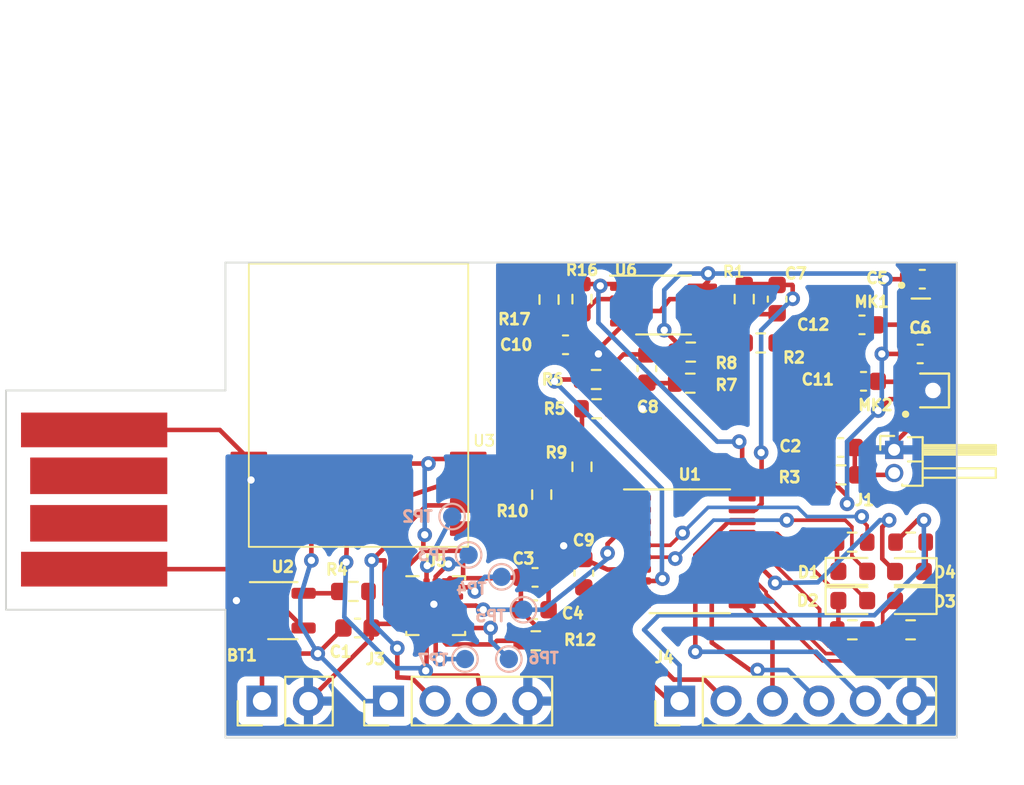
<source format=kicad_pcb>
(kicad_pcb (version 20221018) (generator pcbnew)
  (layers (0 "F.Cu" signal) (31 "B.Cu" signal) (34 "B.Paste" user) (35 "F.Paste" user) (36 "B.SilkS" user "B.Silkscreen") (37 "F.SilkS" user "F.Silkscreen") (38 "B.Mask" user) (39 "F.Mask" user) (44 "Edge.Cuts" user))
  (net 0 "")
  (net 1 "VDD")
  (net 2 "GND")
  (net 3 "/MIC_INPUT")
  (net 4 "Net-(D1-K)")
  (net 5 "/LED_RED_N")
  (net 6 "Net-(D2-K)")
  (net 7 "/LED_GREEN_N")
  (net 8 "Net-(D3-K)")
  (net 9 "/LED_BLUE_N")
  (net 10 "Net-(D4-K)")
  (net 11 "/LED_WHITE_N")
  (net 12 "VBUS")
  (net 15 "/SDA")
  (net 16 "/SCL")
  (net 17 "/SWDIO")
  (net 18 "/SWCLK")
  (net 19 "/BOOT0")
  (net 20 "/RESET")
  (net 21 "/MIC_POWER")
  (net 22 "Net-(U2-PROG)")
  (net 23 "/MIC_POWER_CTRL")
  (net 24 "/MIC_VREF")
  (net 25 "/LED_RED_P")
  (net 26 "/ACC_CS")
  (net 27 "/LED_GREEN_P")
  (net 28 "/LED_BLUE_P")
  (net 29 "/CHRG")
  (net 30 "/ACC_ADC1")
  (net 31 "/ACC_ADC2")
  (net 32 "/ACC_ADC3")
  (net 33 "/ACC_INT1")
  (net 34 "/ACC_INT2")
  (net 35 "/ACC_ADDR")
  (net 36 "unconnected-(U5-NC-Pad2)")
  (net 37 "unconnected-(U5-NC-Pad3)")
  (net 38 "/BLE_INT")
  (net 39 "Net-(U6A--)")
  (net 40 "/AUDIO_LOW")
  (net 41 "Net-(C10-Pad1)")
  (net 42 "/AUDIO_HIGH")
  (net 43 "Net-(U6B--)")
  (net 44 "Net-(J1-Pin_2)")
  (net 45 "Net-(MK2-OUT)")
  (net 46 "Net-(MK1-OUT)")
  (footprint "Connector_PinHeader_2.54mm:PinHeader_1x02_P2.54mm_Vertical" (layer "F.Cu") (at 42 58.5 90)
    (fp_text reference "BT1")
    (fp_text value "Battery_Cell")
  )
  (footprint "Resistor_SMD:R_0603_1608Metric" (layer "F.Cu") (at 59.5 45.675 -90)
    (fp_text reference "R9")
    (fp_text value "3.3k")
  )
  (footprint "Connector_PinHeader_2.54mm:PinHeader_1x04_P2.54mm_Vertical" (layer "F.Cu") (at 48.92 58.5 90)
    (fp_text reference "J3")
    (fp_text value "Header 2.54mm" hide)
  )
  (footprint "Capacitor_SMD:C_0603_1608Metric" (layer "F.Cu") (at 78.115 35.41)
    (fp_text reference "C5")
    (fp_text value "10uF")
  )
  (footprint "dml10:XDCR_CMM-2718AB-383161-TR" (layer "F.Cu") (at 78.2 41.5 90)
    (fp_text reference "MK2")
    (fp_text value "IM73A135V01")
  )
  (footprint "Resistor_SMD:R_0603_1608Metric" (layer "F.Cu") (at 74.275 49.8 180)
    (fp_text reference "R11" hide)
    (fp_text value "R")
  )
  (footprint "Resistor_SMD:R_0603_1608Metric" (layer "F.Cu") (at 56.975 55.2)
    (fp_text reference "R12")
    (fp_text value "10k")
  )
  (footprint "Capacitor_SMD:C_0603_1608Metric" (layer "F.Cu") (at 56.9 53.5)
    (fp_text reference "C4")
    (fp_text value "10uF")
  )
  (footprint "Package_SO:MSOP-8_3x3mm_P0.65mm" (layer "F.Cu") (at 63.9625 36.825)
    (fp_text reference "U6")
    (fp_text value "LMV358")
  )
  (footprint "LED_SMD:LED_0603_1608Metric" (layer "F.Cu") (at 74.3125 53)
    (fp_text reference "D2")
    (fp_text value "GREEN")
  )
  (footprint "Package_SO:TSSOP-20_4.4x6.5mm_P0.65mm" (layer "F.Cu") (at 65.4 50.3)
    (fp_text reference "U1")
    (fp_text value "CH32V003F4P6")
  )
  (footprint "Resistor_SMD:R_0603_1608Metric" (layer "F.Cu") (at 69.275 38.9 180)
    (fp_text reference "R2")
    (fp_text value "3.3k")
  )
  (footprint "Resistor_SMD:R_0603_1608Metric" (layer "F.Cu") (at 74.2875 54.6 180)
    (fp_text reference "R13" hide)
    (fp_text value "R")
  )
  (footprint "Capacitor_SMD:C_0603_1608Metric" (layer "F.Cu") (at 73.65 44.62)
    (fp_text reference "C2")
    (fp_text value "10uF")
  )
  (footprint "Resistor_SMD:R_0603_1608Metric" (layer "F.Cu") (at 68.375 36.5 90)
    (fp_text reference "R1")
    (fp_text value "68k")
  )
  (footprint "Capacitor_SMD:C_0603_1608Metric" (layer "F.Cu") (at 59.6 51.5 -90)
    (fp_text reference "C9")
    (fp_text value "10uF")
  )
  (footprint "Resistor_SMD:R_0603_1608Metric" (layer "F.Cu") (at 57.3 47.2 -90)
    (fp_text reference "R10")
    (fp_text value "3.3k")
  )
  (footprint "Resistor_SMD:R_0603_1608Metric" (layer "F.Cu") (at 65.425 41.1)
    (fp_text reference "R7")
    (fp_text value "10k")
  )
  (footprint "Capacitor_SMD:C_0603_1608Metric" (layer "F.Cu") (at 56.935 51.73)
    (fp_text reference "C3")
    (fp_text value "100nF")
  )
  (footprint "Capacitor_SMD:C_0603_1608Metric" (layer "F.Cu") (at 47.225 54.5)
    (fp_text reference "C1")
    (fp_text value "C")
  )
  (footprint "LED_SMD:LED_0603_1608Metric" (layer "F.Cu") (at 74.3125 51.4)
    (fp_text reference "D1")
    (fp_text value "RED")
  )
  (footprint "Connector_PinHeader_2.54mm:PinHeader_1x06_P2.54mm_Vertical" (layer "F.Cu") (at 64.84 58.5 90)
    (fp_text reference "J4")
    (fp_text value "Header 2.54mm" hide)
  )
  (footprint "Capacitor_SMD:C_0603_1608Metric" (layer "F.Cu") (at 70.175 36.5 90)
    (fp_text reference "C7")
    (fp_text value "100pF")
  )
  (footprint "Capacitor_SMD:C_0603_1608Metric" (layer "F.Cu") (at 58.6 39)
    (fp_text reference "C10")
    (fp_text value "10uF")
  )
  (footprint "Capacitor_SMD:C_0603_1608Metric" (layer "F.Cu") (at 63.05 40.3 90)
    (fp_text reference "C8")
    (fp_text value "10uF")
  )
  (footprint "Package_LGA:LGA-16_3x3mm_P0.5mm_LayoutBorder3x5y" (layer "F.Cu") (at 51.5 53.275)
    (fp_text reference "U5")
    (fp_text value "LIS3DH")
  )
  (footprint "Resistor_SMD:R_0603_1608Metric" (layer "F.Cu") (at 73.675 46.12)
    (fp_text reference "R3")
    (fp_text value "R")
  )
  (footprint "Package_TO_SOT_SMD:TSOT-23-5" (layer "F.Cu") (at 43.1375 53.55)
    (fp_text reference "U2")
    (fp_text value "LTC4054ES5-4.2")
  )
  (footprint "Resistor_SMD:R_0603_1608Metric" (layer "F.Cu") (at 47 52.5)
    (fp_text reference "R4")
    (fp_text value "R")
  )
  (footprint "Resistor_SMD:R_0603_1608Metric" (layer "F.Cu") (at 57.7 36.525 -90)
    (fp_text reference "R17")
    (fp_text value "3.3k")
  )
  (footprint "LED_SMD:LED_0603_1608Metric" (layer "F.Cu") (at 77.4125 53 180)
    (fp_text reference "D3")
    (fp_text value "BLUE")
  )
  (footprint "Capacitor_SMD:C_0603_1608Metric" (layer "F.Cu") (at 74.815 37.91)
    (fp_text reference "C12")
    (fp_text value "10uF")
  )
  (footprint "Resistor_SMD:R_0603_1608Metric" (layer "F.Cu") (at 77.475 54.6)
    (fp_text reference "R14" hide)
    (fp_text value "R")
  )
  (footprint "Resistor_SMD:R_0603_1608Metric" (layer "F.Cu") (at 65.45 39.4 180)
    (fp_text reference "R8")
    (fp_text value "10k")
  )
  (footprint "Resistor_SMD:R_0603_1608Metric" (layer "F.Cu") (at 60.275 40.9)
    (fp_text reference "R6")
    (fp_text value "0ohm")
  )
  (footprint "Capacitor_SMD:C_0603_1608Metric" (layer "F.Cu") (at 78 39.5)
    (fp_text reference "C6")
    (fp_text value "10uF")
  )
  (footprint "Connector_PinHeader_1.27mm:PinHeader_1x02_P1.27mm_Horizontal" (layer "F.Cu") (at 76.575 44.75)
    (fp_text reference "J1")
    (fp_text value "Conn_01x03")
  )
  (footprint "Resistor_SMD:R_0603_1608Metric" (layer "F.Cu") (at 60.3 42.5)
    (fp_text reference "R5")
    (fp_text value "R")
  )
  (footprint "dml10:XDCR_CMM-2718AT-42308-TR" (layer "F.Cu") (at 78.035 37.395 90)
    (fp_text reference "MK1")
    (fp_text value "IM73A135V01")
  )
  (footprint "LED_SMD:LED_0603_1608Metric" (layer "F.Cu") (at 77.4125 51.41 180)
    (fp_text reference "D4")
    (fp_text value "WHITE")
  )
  (footprint "Resistor_SMD:R_0603_1608Metric" (layer "F.Cu") (at 59.5 36.5 -90)
    (fp_text reference "R16")
    (fp_text value "68k")
  )
  (footprint "Resistor_SMD:R_0603_1608Metric" (layer "F.Cu") (at 77.475 49.8)
    (fp_text reference "R15" hide)
    (fp_text value "R")
  )
  (footprint "dml10:EdgeUSBTypeA" (layer "F.Cu") (at 27.92 47.47 -90)
    (fp_text reference "J2" hide)
    (fp_text value "USB_A" hide)
  )
  (footprint "Capacitor_SMD:C_0603_1608Metric" (layer "F.Cu") (at 74.9 41)
    (fp_text reference "C11")
    (fp_text value "10uF")
  )
  (footprint "dml10:BM7161" (layer "F.Cu") (at 47.28 50.06)
    (fp_text reference "U3")
    (fp_text value "BM7161")
  )
  (footprint "TestPoint:TestPoint_Pad_D1.0mm" (layer "B.Cu") (at 53.1 56.2 180)
    (fp_text reference "TP7")
    (fp_text value "TP_PCB")
  )
  (footprint "TestPoint:TestPoint_Pad_D1.0mm" (layer "B.Cu") (at 55.1 51.7 180)
    (fp_text reference "TP4")
    (fp_text value "TP_PCB")
  )
  (footprint "TestPoint:TestPoint_Pad_D1.0mm" (layer "B.Cu") (at 52.4 48.4 180)
    (fp_text reference "TP2")
    (fp_text value "TP_PCB")
  )
  (footprint "TestPoint:TestPoint_Pad_D1.0mm" (layer "B.Cu") (at 53.3 50.5 180)
    (fp_text reference "TP3")
    (fp_text value "TP_PCB")
  )
  (footprint "TestPoint:TestPoint_Pad_D1.0mm" (layer "B.Cu") (at 56.3 53.5 180)
    (fp_text reference "TP5")
    (fp_text value "TP_PCB")
  )
  (footprint "TestPoint:TestPoint_Pad_D1.0mm" (layer "B.Cu") (at 55.5 56.2 180)
    (fp_text reference "TP6")
    (fp_text value "TP_PCB")
  )
  (gr_line (start 80 60.5) (end 80 34.5) (stroke (width 0.1)) (layer "Edge.Cuts"))
  (gr_line (start 28 41.5) (end 28 53.5) (stroke (width 0.1)) (layer "Edge.Cuts"))
  (gr_line (start 28 53.5) (end 40 53.5) (stroke (width 0.1)) (layer "Edge.Cuts"))
  (gr_line (start 40 53.5) (end 40 60.5) (stroke (width 0.1)) (layer "Edge.Cuts"))
  (gr_line (start 40 41.5) (end 28 41.5) (stroke (width 0.1)) (layer "Edge.Cuts"))
  (gr_line (start 40 34.5) (end 40 41.5) (stroke (width 0.1)) (layer "Edge.Cuts"))
  (gr_line (start 80 34.5) (end 40 34.5) (stroke (width 0.1)) (layer "Edge.Cuts"))
  (gr_line (start 40 60.5) (end 80 60.5) (stroke (width 0.1)) (layer "Edge.Cuts"))
  (segment (start 64.84 58.5) (end 64.3 58.5) (width 0.25) (layer "F.Cu") (net 1))
  (segment (start 56.125 53.525) (end 57.8 55.2) (width 0.25) (layer "F.Cu") (net 1))
  (segment (start 57.3 46.375) (end 57.975 46.375) (width 0.25) (layer "F.Cu") (net 1))
  (segment (start 42.299999 54.799999) (end 42 54.5) (width 0.25) (layer "F.Cu") (net 1))
  (segment (start 60.9 55.4) (end 60.3 55.4) (width 0.25) (layer "F.Cu") (net 1))
  (segment (start 61 52.575) (end 62.5375 52.575) (width 0.25) (layer "F.Cu") (net 1))
  (segment (start 78.2 48.6) (end 77.85 48.6) (width 0.25) (layer "F.Cu") (net 1))
  (segment (start 52.275 51.775) (end 53 51.775) (width 0.25) (layer "F.Cu") (net 1))
  (segment (start 46.45 54.5) (end 45.05 55.9) (width 0.25) (layer "F.Cu") (net 1))
  (segment (start 53 50.3) (end 52.975 50.275) (width 0.25) (layer "F.Cu") (net 1))
  (segment (start 42.3 55.9) (end 42.299999 54.799999) (width 0.25) (layer "F.Cu") (net 1))
  (segment (start 51.35 45.25) (end 51.1 45.5) (width 0.25) (layer "F.Cu") (net 1))
  (segment (start 50.824248 50.275) (end 50.824248 49.475752) (width 0.25) (layer "F.Cu") (net 1))
  (segment (start 47.5 45.5) (end 44.7 48.3) (width 0.25) (layer "F.Cu") (net 1))
  (segment (start 45.05 55.9) (end 42.3 55.9) (width 0.25) (layer "F.Cu") (net 1))
  (segment (start 42.3 55.9) (end 42 56.2) (width 0.25) (layer "F.Cu") (net 1))
  (segment (start 50.824248 50.275) (end 49.9 51.199248) (width 0.25) (layer "F.Cu") (net 1))
  (segment (start 60.3 55.4) (end 60.1 55.2) (width 0.25) (layer "F.Cu") (net 1))
  (segment (start 60.3 53.2) (end 61 52.575) (width 0.25) (layer "F.Cu") (net 1))
  (segment (start 53.28 45.25) (end 51.35 45.25) (width 0.25) (layer "F.Cu") (net 1))
  (segment (start 60.7 52.275) (end 61 52.575) (width 0.25) (layer "F.Cu") (net 1))
  (segment (start 46.183301 54.5) (end 46.45 54.5) (width 0.25) (layer "F.Cu") (net 1))
  (segment (start 59.6 52.275) (end 60.7 52.275) (width 0.25) (layer "F.Cu") (net 1))
  (segment (start 53.28 45.25) (end 56.175 45.25) (width 0.25) (layer "F.Cu") (net 1))
  (segment (start 50.824248 49.475752) (end 50.9 49.4) (width 0.25) (layer "F.Cu") (net 1))
  (segment (start 59.5 42.525) (end 59.475 42.5) (width 0.25) (layer "F.Cu") (net 1))
  (segment (start 57.975 46.375) (end 59.5 44.85) (width 0.25) (layer "F.Cu") (net 1))
  (segment (start 53 50.3) (end 53 51.775) (width 0.25) (layer "F.Cu") (net 1))
  (segment (start 52.975 50.275) (end 50.824248 50.275) (width 0.25) (layer "F.Cu") (net 1))
  (segment (start 59.5 44.85) (end 59.5 42.525) (width 0.25) (layer "F.Cu") (net 1))
  (segment (start 54.505 51.775) (end 56.16 51.73) (width 0.25) (layer "F.Cu") (net 1))
  (segment (start 53 51.775) (end 54.505 51.775) (width 0.25) (layer "F.Cu") (net 1))
  (segment (start 53.03 50.3) (end 53 50.3) (width 0.25) (layer "F.Cu") (net 1))
  (segment (start 60.1 55.2) (end 57.8 55.2) (width 0.25) (layer "F.Cu") (net 1))
  (segment (start 60.3 55.4) (end 60.3 53.2) (width 0.25) (layer "F.Cu") (net 1))
  (segment (start 56.16 51.73) (end 56.16 53.465) (width 0.25) (layer "F.Cu") (net 1))
  (segment (start 42 56.2) (end 42 58.5) (width 0.25) (layer "F.Cu") (net 1))
  (segment (start 56.175 45.25) (end 57.3 46.375) (width 0.25) (layer "F.Cu") (net 1))
  (segment (start 64.3 58.5) (end 60.9 55.4) (width 0.25) (layer "F.Cu") (net 1))
  (segment (start 52 52.05) (end 52.275 51.775) (width 0.25) (layer "F.Cu") (net 1))
  (segment (start 49.9 51.9) (end 50.275 52.275) (width 0.25) (layer "F.Cu") (net 1))
  (segment (start 51.1 45.5) (end 47.5 45.5) (width 0.25) (layer "F.Cu") (net 1))
  (segment (start 44.7 48.3) (end 44.7 50.8) (width 0.25) (layer "F.Cu") (net 1))
  (segment (start 77.85 48.6) (end 76.65 49.8) (width 0.25) (layer "F.Cu") (net 1))
  (segment (start 49.9 51.199248) (end 49.9 51.9) (width 0.25) (layer "F.Cu") (net 1))
  (via (at 45.05 55.9) (size 0.8) (drill 0.4) (layers "F.Cu" "B.Cu") (net 1))
  (via (at 51.1 45.5) (size 0.8) (drill 0.4) (layers "F.Cu" "B.Cu") (net 1))
  (via (at 44.7 50.8) (size 0.8) (drill 0.4) (layers "F.Cu" "B.Cu") (net 1))
  (via (at 78.2 48.6) (size 0.8) (drill 0.4) (layers "F.Cu" "B.Cu") (net 1))
  (via (at 50.9 49.4) (size 0.8) (drill 0.4) (layers "F.Cu" "B.Cu") (net 1))
  (segment (start 64.84 56.54) (end 62.9 54.6) (width 0.25) (layer "B.Cu") (net 1))
  (segment (start 78.2 51.1) (end 78.2 48.6) (width 0.25) (layer "B.Cu") (net 1))
  (segment (start 50.9 45.7) (end 51.1 45.5) (width 0.25) (layer "B.Cu") (net 1))
  (segment (start 48.92 58.5) (end 47.65 58.5) (width 0.25) (layer "B.Cu") (net 1))
  (segment (start 62.9 54.6) (end 63.7 53.8) (width 0.25) (layer "B.Cu") (net 1))
  (segment (start 44.1 54.3) (end 44.1 52.8) (width 0.25) (layer "B.Cu") (net 1))
  (segment (start 63.7 53.8) (end 75.5 53.8) (width 0.25) (layer "B.Cu") (net 1))
  (segment (start 45.05 55.9) (end 44.1 54.3) (width 0.25) (layer "B.Cu") (net 1))
  (segment (start 64.84 58.5) (end 64.84 56.54) (width 0.25) (layer "B.Cu") (net 1))
  (segment (start 50.9 49.4) (end 50.9 45.7) (width 0.25) (layer "B.Cu") (net 1))
  (segment (start 75.5 53.8) (end 78.2 51.1) (width 0.25) (layer "B.Cu") (net 1))
  (segment (start 47.65 58.5) (end 45.05 55.9) (width 0.25) (layer "B.Cu") (net 1))
  (segment (start 44.1 52.8) (end 44.7 50.8) (width 0.25) (layer "B.Cu") (net 1))
  (segment (start 78.775 38.125) (end 79 37.9) (width 0.25) (layer "F.Cu") (net 2))
  (segment (start 41.4 45.37) (end 41.28 45.25) (width 0.25) (layer "F.Cu") (net 2))
  (segment (start 79.25 41.727817) (end 79.25 41.272183) (width 0.25) (layer "F.Cu") (net 2))
  (segment (start 79 35.52) (end 78.89 35.41) (width 0.25) (layer "F.Cu") (net 2))
  (segment (start 64.6 41.1) (end 63.075 41.1) (width 0.25) (layer "F.Cu") (net 2))
  (segment (start 39.69 43.66) (end 32.82 43.66) (width 0.25) (layer "F.Cu") (net 2))
  (segment (start 41.15 53.55) (end 42 53.55) (width 0.25) (layer "F.Cu") (net 2))
  (segment (start 63.05 42.25) (end 62.8 42.5) (width 0.25) (layer "F.Cu") (net 2))
  (segment (start 59.6 50.725) (end 58.715 50.725) (width 0.25) (layer "F.Cu") (net 2))
  (segment (start 79 37.9) (end 79 36.89) (width 0.25) (layer "F.Cu") (net 2))
  (segment (start 59.375 39) (end 60.4 39) (width 0.25) (layer "F.Cu") (net 2))
  (segment (start 57.675 53.5) (end 57.675 51.765) (width 0.25) (layer "F.Cu") (net 2))
  (segment (start 58.715 50.725) (end 57.71 51.73) (width 0.25) (layer "F.Cu") (net 2))
  (segment (start 47.825 54.325) (end 48 54.5) (width 0.25) (layer "F.Cu") (net 2))
  (segment (start 63.05 41.075) (end 63.05 42.25) (width 0.25) (layer "F.Cu") (net 2))
  (segment (start 60.4 39) (end 60.65 39) (width 0.25) (layer "F.Cu") (net 2))
  (segment (start 51.975 53.775) (end 52.725 53.775) (width 0.25) (layer "F.Cu") (net 2))
  (segment (start 52.725 52.775) (end 51.825 52.775) (width 0.25) (layer "F.Cu") (net 2))
  (segment (start 63.075 41.1) (end 63.05 41.075) (width 0.25) (layer "F.Cu") (net 2))
  (segment (start 50.275 54.275) (end 48.225 54.275) (width 0.25) (layer "F.Cu") (net 2))
  (segment (start 41.28 45.25) (end 39.69 43.66) (width 0.25) (layer "F.Cu") (net 2))
  (segment (start 78.775 39.5) (end 78.775 38.125) (width 0.25) (layer "F.Cu") (net 2))
  (segment (start 60.4 39) (end 60.4 39.5) (width 0.25) (layer "F.Cu") (net 2))
  (segment (start 48 54.5) (end 48 55.04) (width 0.25) (layer "F.Cu") (net 2))
  (segment (start 59.6 50.725) (end 59.225 50.725) (width 0.25) (layer "F.Cu") (net 2))
  (segment (start 59.225 50.725) (end 58.5 50) (width 0.25) (layer "F.Cu") (net 2))
  (segment (start 48.225 54.275) (end 48 54.5) (width 0.25) (layer "F.Cu") (net 2))
  (segment (start 78.775 39.5) (end 78.775 40.825) (width 0.25) (layer "F.Cu") (net 2))
  (segment (start 59.6 50.725) (end 60.9 51.3) (width 0.25) (layer "F.Cu") (net 2))
  (segment (start 76.575 44.402817) (end 79.25 41.727817) (width 0.25) (layer "F.Cu") (net 2))
  (segment (start 78.877817 40.9) (end 78.7 40.9) (width 0.25) (layer "F.Cu") (net 2))
  (segment (start 60.9 51.3) (end 62.5375 51.275) (width 0.25) (layer "F.Cu") (net 2))
  (segment (start 48 55.04) (end 44.54 58.5) (width 0.25) (layer "F.Cu") (net 2))
  (segment (start 60.65 39) (end 61.85 37.8) (width 0.25) (layer "F.Cu") (net 2))
  (segment (start 41.4 46.4) (end 41.4 45.37) (width 0.25) (layer "F.Cu") (net 2))
  (segment (start 51.825 52.775) (end 51.4 53.2) (width 0.25) (layer "F.Cu") (net 2))
  (segment (start 51.4 53.2) (end 51.975 53.775) (width 0.25) (layer "F.Cu") (net 2))
  (segment (start 78.775 40.825) (end 78.7 40.9) (width 0.25) (layer "F.Cu") (net 2))
  (segment (start 47.809052 52.5) (end 47.825 52.5) (width 0.25) (layer "F.Cu") (net 2))
  (segment (start 79.25 41.272183) (end 78.877817 40.9) (width 0.25) (layer "F.Cu") (net 2))
  (segment (start 79 36.89) (end 79 35.52) (width 0.25) (layer "F.Cu") (net 2))
  (segment (start 76.575 44.75) (end 76.575 44.402817) (width 0.25) (layer "F.Cu") (net 2))
  (segment (start 40.6 53) (end 41.15 53.55) (width 0.25) (layer "F.Cu") (net 2))
  (segment (start 47.825 52.5) (end 47.825 54.325) (width 0.25) (layer "F.Cu") (net 2))
  (via (at 58.5 50) (size 0.8) (drill 0.4) (layers "F.Cu" "B.Cu") (net 2))
  (via (at 62.8 42.5) (size 0.8) (drill 0.4) (layers "F.Cu" "B.Cu") (net 2))
  (via (at 51.4 53.2) (size 0.8) (drill 0.4) (layers "F.Cu" "B.Cu") (net 2))
  (via (at 40.6 53) (size 0.8) (drill 0.4) (layers "F.Cu" "B.Cu") (net 2))
  (via (at 60.4 39.5) (size 0.8) (drill 0.4) (layers "F.Cu" "B.Cu") (net 2))
  (via (at 41.4 46.4) (size 0.8) (drill 0.4) (layers "F.Cu" "B.Cu") (net 2))
  (segment (start 40.6 53) (end 41.4 52.1) (width 0.25) (layer "B.Cu") (net 2))
  (segment (start 41.4 52.1) (end 41.4 46.4) (width 0.25) (layer "B.Cu") (net 2))
  (segment (start 72 39) (end 71.9 38.9) (width 0.25) (layer "F.Cu") (net 3))
  (segment (start 74.125 41) (end 74 41) (width 0.25) (layer "F.Cu") (net 3))
  (segment (start 74.04 37.91) (end 73.09 37.91) (width 0.25) (layer "F.Cu") (net 3))
  (segment (start 73.09 37.91) (end 72 39) (width 0.25) (layer "F.Cu") (net 3))
  (segment (start 72.875 42.25) (end 74.125 41) (width 0.25) (layer "F.Cu") (net 3))
  (segment (start 71.9 38.9) (end 70.1 38.9) (width 0.25) (layer "F.Cu") (net 3))
  (segment (start 72.875 44.62) (end 72.875 42.25) (width 0.25) (layer "F.Cu") (net 3))
  (segment (start 74 41) (end 72 39) (width 0.25) (layer "F.Cu") (net 3))
  (segment (start 73.45 49.8) (end 73.45 51.325) (width 0.25) (layer "F.Cu") (net 4))
  (segment (start 73.45 51.325) (end 73.525 51.4) (width 0.25) (layer "F.Cu") (net 4))
  (segment (start 74.2625 50.5625) (end 74.2625 48.9625) (width 0.2) (layer "F.Cu") (net 5))
  (segment (start 73.9 48.6) (end 70.7 48.6) (width 0.2) (layer "F.Cu") (net 5))
  (segment (start 64.6 50.7) (end 64.525 50.625) (width 0.2) (layer "F.Cu") (net 5))
  (segment (start 64.525 50.625) (end 62.5375 50.625) (width 0.2) (layer "F.Cu") (net 5))
  (segment (start 74.2625 48.9625) (end 73.9 48.6) (width 0.2) (layer "F.Cu") (net 5))
  (segment (start 75.1 51.4) (end 74.2625 50.5625) (width 0.2) (layer "F.Cu") (net 5))
  (via (at 64.6 50.7) (size 0.8) (drill 0.4) (layers "F.Cu" "B.Cu") (net 5))
  (via (at 70.7 48.6) (size 0.8) (drill 0.4) (layers "F.Cu" "B.Cu") (net 5))
  (segment (start 70.7 48.6) (end 66.7 48.6) (width 0.2) (layer "B.Cu") (net 5))
  (segment (start 66.7 48.6) (end 64.6 50.7) (width 0.2) (layer "B.Cu") (net 5))
  (segment (start 73.525 53) (end 73.525 54.5375) (width 0.25) (layer "F.Cu") (net 6))
  (segment (start 73.525 54.5375) (end 73.4625 54.6) (width 0.25) (layer "F.Cu") (net 6))
  (segment (start 70.185314 49.325) (end 73.085314 52.225) (width 0.2) (layer "F.Cu") (net 7))
  (segment (start 74.325 52.225) (end 75.1 53) (width 0.2) (layer "F.Cu") (net 7))
  (segment (start 73.085314 52.225) (end 74.325 52.225) (width 0.2) (layer "F.Cu") (net 7))
  (segment (start 68.2625 49.325) (end 70.185314 49.325) (width 0.2) (layer "F.Cu") (net 7))
  (segment (start 78.2 54.5) (end 78.3 54.6) (width 0.25) (layer "F.Cu") (net 8))
  (segment (start 78.2 53) (end 78.2 54.5) (width 0.25) (layer "F.Cu") (net 8))
  (segment (start 72.834314 55.9) (end 69.572903 52.638589) (width 0.2) (layer "F.Cu") (net 9))
  (segment (start 75.95 55.75) (end 75.8 55.9) (width 0.2) (layer "F.Cu") (net 9))
  (segment (start 69.572903 52.638589) (end 69.572903 52.527097) (width 0.2) (layer "F.Cu") (net 9))
  (segment (start 75.8 55.9) (end 72.834314 55.9) (width 0.2) (layer "F.Cu") (net 9))
  (segment (start 76.625 53) (end 75.95 53.675) (width 0.2) (layer "F.Cu") (net 9))
  (segment (start 75.95 53.675) (end 75.95 55.75) (width 0.2) (layer "F.Cu") (net 9))
  (segment (start 69.572903 52.527097) (end 68.970806 51.925) (width 0.2) (layer "F.Cu") (net 9))
  (segment (start 68.970806 51.925) (end 68.2625 51.925) (width 0.2) (layer "F.Cu") (net 9))
  (segment (start 78.3 51.31) (end 78.2 51.41) (width 0.25) (layer "F.Cu") (net 10))
  (segment (start 78.3 49.8) (end 78.3 51.31) (width 0.25) (layer "F.Cu") (net 10))
  (segment (start 70.1 52) (end 70.067878 52.032122) (width 0.25) (layer "F.Cu") (net 11))
  (segment (start 68.2625 51.275) (end 69.375 51.275) (width 0.25) (layer "F.Cu") (net 11))
  (segment (start 75.925 48.975) (end 75.925 50.71) (width 0.25) (layer "F.Cu") (net 11))
  (segment (start 69.375 51.275) (end 70.1 52) (width 0.25) (layer "F.Cu") (net 11))
  (segment (start 75.925 50.71) (end 76.625 51.41) (width 0.25) (layer "F.Cu") (net 11))
  (segment (start 76.3 48.6) (end 75.925 48.975) (width 0.25) (layer "F.Cu") (net 11))
  (via (at 70.067878 52.032122) (size 0.8) (drill 0.4) (layers "F.Cu" "B.Cu") (net 11))
  (via (at 76.3 48.6) (size 0.8) (drill 0.4) (layers "F.Cu" "B.Cu") (net 11))
  (segment (start 72.4 52) (end 75.8 48.6) (width 0.25) (layer "B.Cu") (net 11))
  (segment (start 75.8 48.6) (end 76.3 48.6) (width 0.25) (layer "B.Cu") (net 11))
  (segment (start 70.067878 52.032122) (end 72.4 52) (width 0.25) (layer "B.Cu") (net 11))
  (segment (start 43.2875 52.3875) (end 42.18 51.28) (width 0.25) (layer "F.Cu") (net 12))
  (segment (start 44.275 54.5) (end 43.2875 53.5125) (width 0.25) (layer "F.Cu") (net 12))
  (segment (start 43.2875 53.5125) (end 43.2875 52.3875) (width 0.25) (layer "F.Cu") (net 12))
  (segment (start 42.18 51.28) (end 32.82 51.28) (width 0.25) (layer "F.Cu") (net 12))
  (segment (start 54.22 46.52) (end 53.28 46.52) (width 0.25) (layer "F.Cu") (net 15))
  (segment (start 46.6 50.9) (end 46.7 48.4) (width 0.25) (layer "F.Cu") (net 15))
  (segment (start 52.28 46.52) (end 53.28 46.52) (width 0.25) (layer "F.Cu") (net 15))
  (segment (start 59.5 46.5) (end 61.6625 46.5) (width 0.25) (layer "F.Cu") (net 15))
  (segment (start 51 57.1) (end 51 54.5) (width 0.25) (layer "F.Cu") (net 15))
  (segment (start 58.9 47.1) (end 54.8 47.1) (width 0.25) (layer "F.Cu") (net 15))
  (segment (start 53.8 57.1) (end 51 57.1) (width 0.25) (layer "F.Cu") (net 15))
  (segment (start 61.6625 46.5) (end 62.5375 47.375) (width 0.25) (layer "F.Cu") (net 15))
  (segment (start 54.8 47.1) (end 54.22 46.52) (width 0.25) (layer "F.Cu") (net 15))
  (segment (start 59.5 46.5) (end 58.9 47.1) (width 0.25) (layer "F.Cu") (net 15))
  (segment (start 46.7 48.4) (end 52.28 46.52) (width 0.25) (layer "F.Cu") (net 15))
  (segment (start 54 58.5) (end 53.8 57.1) (width 0.25) (layer "F.Cu") (net 15))
  (via (at 50.954705 56.837511) (size 0.8) (drill 0.4) (layers "F.Cu" "B.Cu") (net 15))
  (via (at 46.6 50.9) (size 0.8) (drill 0.4) (layers "F.Cu" "B.Cu") (net 15))
  (segment (start 49.3 56.7) (end 50.9 56.7) (width 0.25) (layer "B.Cu") (net 15))
  (segment (start 46.6 50.9) (end 46.5 53.9) (width 0.25) (layer "B.Cu") (net 15))
  (segment (start 46.5 53.9) (end 49.3 56.7) (width 0.25) (layer "B.Cu") (net 15))
  (segment (start 50.9 56.7) (end 51 56.8) (width 0.25) (layer "B.Cu") (net 15))
  (segment (start 50.962489 56.837511) (end 50.954705 56.837511) (width 0.25) (layer "B.Cu") (net 15))
  (segment (start 51 56.8) (end 50.962489 56.837511) (width 0.25) (layer "B.Cu") (net 15))
  (segment (start 49 53.8) (end 49.914212 53.775) (width 0.25) (layer "F.Cu") (net 16))
  (segment (start 49.4 55.7) (end 49.4 55.6) (width 0.25) (layer "F.Cu") (net 16))
  (segment (start 48.7 50.8) (end 48.7 53.2) (width 0.25) (layer "F.Cu") (net 16))
  (segment (start 62.5375 48.025) (end 57.3 48.025) (width 0.25) (layer "F.Cu") (net 16))
  (segment (start 57.3 48.025) (end 53.515 48.025) (width 0.25) (layer "F.Cu") (net 16))
  (segment (start 48 50.8) (end 51.01 47.79) (width 0.25) (layer "F.Cu") (net 16))
  (segment (start 48 50.8) (end 48.7 50.8) (width 0.25) (layer "F.Cu") (net 16))
  (segment (start 49.914212 53.775) (end 50.275 53.775) (width 0.25) (layer "F.Cu") (net 16))
  (segment (start 53.515 48.025) (end 53.28 47.79) (width 0.25) (layer "F.Cu") (net 16))
  (segment (start 49.4 57.2) (end 49.4 55.7) (width 0.25) (layer "F.Cu") (net 16))
  (segment (start 50.2 57.24) (end 49.4 57.2) (width 0.25) (layer "F.Cu") (net 16))
  (segment (start 53.28 47.79) (end 52.28 47.79) (width 0.25) (layer "F.Cu") (net 16))
  (segment (start 48.7 53.2) (end 49 53.8) (width 0.25) (layer "F.Cu") (net 16))
  (segment (start 51.01 47.79) (end 52.28 47.79) (width 0.25) (layer "F.Cu") (net 16))
  (segment (start 51.46 58.5) (end 50.2 57.24) (width 0.25) (layer "F.Cu") (net 16))
  (via (at 48 50.8) (size 0.8) (drill 0.4) (layers "F.Cu" "B.Cu") (net 16))
  (via (at 49.4 55.6) (size 0.8) (drill 0.4) (layers "F.Cu" "B.Cu") (net 16))
  (segment (start 48 54.2) (end 48 50.9) (width 0.25) (layer "B.Cu") (net 16))
  (segment (start 49.4 55.6) (end 48 54.2) (width 0.25) (layer "B.Cu") (net 16))
  (segment (start 48 50.9) (end 48 50.8) (width 0.25) (layer "B.Cu") (net 16))
  (segment (start 67.38 58.5) (end 66.205 57.325) (width 0.25) (layer "F.Cu") (net 17))
  (segment (start 61.775 53.225) (end 62.5375 53.225) (width 0.25) (layer "F.Cu") (net 17))
  (segment (start 61.1 53.9) (end 61.775 53.225) (width 0.25) (layer "F.Cu") (net 17))
  (segment (start 66.205 57.325) (end 64.525 57.325) (width 0.25) (layer "F.Cu") (net 17))
  (segment (start 64.525 57.325) (end 61.1 53.9) (width 0.25) (layer "F.Cu") (net 17))
  (segment (start 68.2625 53.225) (end 69.92 54.8825) (width 0.25) (layer "F.Cu") (net 18))
  (segment (start 69.92 54.8825) (end 69.92 58.5) (width 0.25) (layer "F.Cu") (net 18))
  (segment (start 67 50.6) (end 66.6 51) (width 0.25) (layer "F.Cu") (net 19))
  (segment (start 66.6 51) (end 66.6 55.3) (width 0.25) (layer "F.Cu") (net 19))
  (segment (start 68.2625 50.625) (end 67 50.6) (width 0.25) (layer "F.Cu") (net 19))
  (segment (start 66.6 55.3) (end 68.7 56.8) (width 0.25) (layer "F.Cu") (net 19))
  (segment (start 68.7 56.8) (end 69.1 56.8) (width 0.25) (layer "F.Cu") (net 19))
  (via (at 69.1 56.8) (size 0.8) (drill 0.4) (layers "F.Cu" "B.Cu") (net 19))
  (segment (start 69.1 56.8) (end 70.76 56.8) (width 0.25) (layer "B.Cu") (net 19))
  (segment (start 70.76 56.8) (end 72.46 58.5) (width 0.25) (layer "B.Cu") (net 19))
  (segment (start 65.7 50.500001) (end 65.7 55.8) (width 0.25) (layer "F.Cu") (net 20))
  (segment (start 68.2625 48.675) (end 67.525001 48.675) (width 0.25) (layer "F.Cu") (net 20))
  (segment (start 65.7 55.9) (end 65.7 55.8) (width 0.25) (layer "F.Cu") (net 20))
  (segment (start 67.525001 48.675) (end 65.7 50.500001) (width 0.25) (layer "F.Cu") (net 20))
  (via (at 65.7 55.8) (size 0.8) (drill 0.4) (layers "F.Cu" "B.Cu") (net 20))
  (segment (start 72.3 55.8) (end 75 58.5) (width 0.25) (layer "B.Cu") (net 20))
  (segment (start 65.7 55.8) (end 72.3 55.8) (width 0.25) (layer "B.Cu") (net 20))
  (segment (start 64.5 39.525) (end 64.625 39.4) (width 0.25) (layer "F.Cu") (net 21))
  (segment (start 76.11 35.41) (end 76.1 35.4) (width 0.25) (layer "F.Cu") (net 21))
  (segment (start 77.215 41.975) (end 76.325 41.975) (width 0.25) (layer "F.Cu") (net 21))
  (segment (start 61.1 40.2) (end 61.775 39.525) (width 0.25) (layer "F.Cu") (net 21))
  (segment (start 66.075 35.85) (end 66.4 35.525) (width 0.25) (layer "F.Cu") (net 21))
  (segment (start 61.775 39.525) (end 63.05 39.525) (width 0.25) (layer "F.Cu") (net 21))
  (segment (start 76.325 41.975) (end 75.7 42.6) (width 0.25) (layer "F.Cu") (net 21))
  (segment (start 64.625 38.825) (end 64 38.2) (width 0.25) (layer "F.Cu") (net 21))
  (segment (start 77.34 36.62) (end 77.07 36.89) (width 0.25) (layer "F.Cu") (net 21))
  (segment (start 61.1 40.9) (end 61.1 40.2) (width 0.25) (layer "F.Cu") (net 21))
  (segment (start 74 47.27) (end 72.85 46.12) (width 0.25) (layer "F.Cu") (net 21))
  (segment (start 77.34 35.41) (end 77.34 36.62) (width 0.25) (layer "F.Cu") (net 21))
  (segment (start 66.4 35.525) (end 66.4 35.1) (width 0.25) (layer "F.Cu") (net 21))
  (segment (start 63.05 39.525) (end 64.5 39.525) (width 0.25) (layer "F.Cu") (net 21))
  (segment (start 64.625 39.4) (end 64.625 38.825) (width 0.25) (layer "F.Cu") (net 21))
  (segment (start 61.125 42.5) (end 61.125 40.925) (width 0.25) (layer "F.Cu") (net 21))
  (segment (start 77.34 35.41) (end 76.11 35.41) (width 0.25) (layer "F.Cu") (net 21))
  (segment (start 74 47.7) (end 74 47.27) (width 0.25) (layer "F.Cu") (net 21))
  (segment (start 61.125 40.925) (end 61.1 40.9) (width 0.25) (layer "F.Cu") (net 21))
  (segment (start 77.225 39.5) (end 75.9 39.5) (width 0.25) (layer "F.Cu") (net 21))
  (via (at 64 38.2) (size 0.8) (drill 0.4) (layers "F.Cu" "B.Cu") (net 21))
  (via (at 66.4 35.1) (size 0.8) (drill 0.4) (layers "F.Cu" "B.Cu") (net 21))
  (via (at 76.1 35.4) (size 0.8) (drill 0.4) (layers "F.Cu" "B.Cu") (net 21))
  (via (at 74 47.7) (size 0.8) (drill 0.4) (layers "F.Cu" "B.Cu") (net 21))
  (via (at 75.9 39.5) (size 0.8) (drill 0.4) (layers "F.Cu" "B.Cu") (net 21))
  (via (at 75.7 42.6) (size 0.8) (drill 0.4) (layers "F.Cu" "B.Cu") (net 21))
  (segment (start 76.1 39.3) (end 75.9 39.5) (width 0.25) (layer "B.Cu") (net 21))
  (segment (start 76.1 35.4) (end 76.1 39.3) (width 0.25) (layer "B.Cu") (net 21))
  (segment (start 75.7 42.6) (end 74 44.3) (width 0.25) (layer "B.Cu") (net 21))
  (segment (start 75.9 42.4) (end 75.7 42.6) (width 0.25) (layer "B.Cu") (net 21))
  (segment (start 66.4 35.1) (end 75.8 35.1) (width 0.25) (layer "B.Cu") (net 21))
  (segment (start 64 38.2) (end 64 36) (width 0.25) (layer "B.Cu") (net 21))
  (segment (start 64.9 35.1) (end 66.4 35.1) (width 0.25) (layer "B.Cu") (net 21))
  (segment (start 74 44.3) (end 74 47.7) (width 0.25) (layer "B.Cu") (net 21))
  (segment (start 64 36) (end 64.9 35.1) (width 0.25) (layer "B.Cu") (net 21))
  (segment (start 75.9 39.5) (end 75.9 42.4) (width 0.25) (layer "B.Cu") (net 21))
  (segment (start 75.8 35.1) (end 76.1 35.4) (width 0.25) (layer "B.Cu") (net 21))
  (segment (start 44.275 52.6) (end 46.075 52.6) (width 0.25) (layer "F.Cu") (net 22))
  (segment (start 46.075 52.6) (end 46.175 52.5) (width 0.25) (layer "F.Cu") (net 22))
  (segment (start 62.5375 51.925) (end 63.775 51.925) (width 0.25) (layer "F.Cu") (net 23))
  (segment (start 59.45 40.9) (end 58.1 40.9) (width 0.25) (layer "F.Cu") (net 23))
  (segment (start 63.775 51.925) (end 63.9 51.8) (width 0.25) (layer "F.Cu") (net 23))
  (segment (start 58.1 40.9) (end 58 41) (width 0.25) (layer "F.Cu") (net 23))
  (via (at 58 41) (size 0.8) (drill 0.4) (layers "F.Cu" "B.Cu") (net 23))
  (via (at 63.9 51.8) (size 0.8) (drill 0.4) (layers "F.Cu" "B.Cu") (net 23))
  (segment (start 63.875 51.775) (end 63.875 46.875) (width 0.25) (layer "B.Cu") (net 23))
  (segment (start 63.9 51.8) (end 63.875 51.775) (width 0.25) (layer "B.Cu") (net 23))
  (segment (start 63.875 46.875) (end 58 41) (width 0.25) (layer "B.Cu") (net 23))
  (segment (start 58 41) (end 58.1 40.9) (width 0.25) (layer "B.Cu") (net 23))
  (segment (start 66.075 39.2) (end 66.275 39.4) (width 0.25) (layer "F.Cu") (net 24))
  (segment (start 66.075 37.8) (end 66.075 39.2) (width 0.25) (layer "F.Cu") (net 24))
  (segment (start 66.275 41.075) (end 66.25 41.1) (width 0.25) (layer "F.Cu") (net 24))
  (segment (start 66.275 39.4) (end 66.275 41.075) (width 0.25) (layer "F.Cu") (net 24))
  (segment (start 62.5375 49.975) (end 64.325 49.975) (width 0.2) (layer "F.Cu") (net 25))
  (segment (start 75.1 49.8) (end 75.1 48.9) (width 0.2) (layer "F.Cu") (net 25))
  (segment (start 75.1 48.9) (end 74.9 48.7) (width 0.2) (layer "F.Cu") (net 25))
  (segment (start 64.325 49.975) (end 65 49.3) (width 0.2) (layer "F.Cu") (net 25))
  (via (at 65 49.3) (size 0.8) (drill 0.4) (layers "F.Cu" "B.Cu") (net 25))
  (via (at 74.8 48.4) (size 0.8) (drill 0.4) (layers "F.Cu" "B.Cu") (net 25))
  (segment (start 71.8 48.4) (end 74.8 48.4) (width 0.2) (layer "B.Cu") (net 25))
  (segment (start 66.4 47.9) (end 71.3 47.9) (width 0.2) (layer "B.Cu") (net 25))
  (segment (start 71.3 47.9) (end 71.8 48.4) (width 0.2) (layer "B.Cu") (net 25))
  (segment (start 65 49.3) (end 66.4 47.9) (width 0.2) (layer "B.Cu") (net 25))
  (segment (start 54.65 55.4) (end 52.1 55.4) (width 0.25) (layer "F.Cu") (net 26))
  (segment (start 54.85 55.2) (end 56.15 55.2) (width 0.25) (layer "F.Cu") (net 26))
  (segment (start 52 55.3) (end 52 54.5) (width 0.25) (layer "F.Cu") (net 26))
  (segment (start 52.1 55.4) (end 52 55.3) (width 0.25) (layer "F.Cu") (net 26))
  (segment (start 54.65 55.4) (end 54.85 55.2) (width 0.25) (layer "F.Cu") (net 26))
  (segment (start 73 55.5) (end 75.1 55.5) (width 0.2) (layer "F.Cu") (net 27))
  (segment (start 75.1125 55.4875) (end 75.1125 54.6) (width 0.2) (layer "F.Cu") (net 27))
  (segment (start 68.999999 49.975) (end 72.5 53.475001) (width 0.2) (layer "F.Cu") (net 27))
  (segment (start 72.5 53.475001) (end 72.5 55) (width 0.2) (layer "F.Cu") (net 27))
  (segment (start 72.5 55) (end 73 55.5) (width 0.2) (layer "F.Cu") (net 27))
  (segment (start 68.2625 49.975) (end 68.999999 49.975) (width 0.2) (layer "F.Cu") (net 27))
  (segment (start 75.1 55.5) (end 75.1125 55.4875) (width 0.2) (layer "F.Cu") (net 27))
  (segment (start 76.65 55.615686) (end 75.965686 56.3) (width 0.2) (layer "F.Cu") (net 28))
  (segment (start 75.965686 56.3) (end 72.668628 56.3) (width 0.2) (layer "F.Cu") (net 28))
  (segment (start 68.943628 52.575) (end 68.2625 52.575) (width 0.2) (layer "F.Cu") (net 28))
  (segment (start 76.65 54.6) (end 76.65 55.615686) (width 0.2) (layer "F.Cu") (net 28))
  (segment (start 72.668628 56.3) (end 68.943628 52.575) (width 0.2) (layer "F.Cu") (net 28))
  (segment (start 51 52.05) (end 51 51.1) (width 0.25) (layer "F.Cu") (net 30))
  (segment (start 51 51.1) (end 51.024553 51.1) (width 0.25) (layer "F.Cu") (net 30))
  (segment (start 51.024553 51.1) (end 51.037774 51.086779) (width 0.25) (layer "F.Cu") (net 30))
  (via (at 51.037774 51.086779) (size 0.8) (drill 0.4) (layers "F.Cu" "B.Cu") (net 30))
  (segment (start 52.4 48.4) (end 51.3 50.5) (width 0.25) (layer "B.Cu") (net 30))
  (segment (start 51.3 50.5) (end 51.037774 51.086779) (width 0.25) (layer "B.Cu") (net 30))
  (segment (start 52.189212 51) (end 52.2 51) (width 0.25) (layer "F.Cu") (net 31))
  (segment (start 51.5 52.05) (end 51.5 51.689212) (width 0.25) (layer "F.Cu") (net 31))
  (segment (start 51.5 51.689212) (end 52.189212 51) (width 0.25) (layer "F.Cu") (net 31))
  (via (at 52.2 51) (size 0.8) (drill 0.4) (layers "F.Cu" "B.Cu") (net 31))
  (segment (start 52.8 51) (end 53.3 50.5) (width 0.25) (layer "B.Cu") (net 31))
  (segment (start 52.2 51) (end 52.8 51) (width 0.25) (layer "B.Cu") (net 31))
  (segment (start 53.640935 52.4995) (end 53.416435 52.275) (width 0.25) (layer "F.Cu") (net 32))
  (segment (start 53.416435 52.275) (end 52.725 52.275) (width 0.25) (layer "F.Cu") (net 32))
  (via (at 53.640935 52.4995) (size 0.8) (drill 0.4) (layers "F.Cu" "B.Cu") (net 32))
  (segment (start 54.2 51.7) (end 53.8 52.1) (width 0.25) (layer "B.Cu") (net 32))
  (segment (start 53.8 52.1) (end 53.640935 52.259065) (width 0.25) (layer "B.Cu") (net 32))
  (segment (start 53.640935 52.259065) (end 53.640935 52.4995) (width 0.25) (layer "B.Cu") (net 32))
  (segment (start 55.1 51.7) (end 54.2 51.7) (width 0.25) (layer "B.Cu") (net 32))
  (segment (start 60.9 49.9) (end 61.475 49.325) (width 0.25) (layer "F.Cu") (net 33))
  (segment (start 53.7 53.275) (end 52.725 53.275) (width 0.25) (layer "F.Cu") (net 33))
  (segment (start 61.475 49.325) (end 62.5375 49.325) (width 0.25) (layer "F.Cu") (net 33))
  (segment (start 54.1 53.5) (end 53.7 53.275) (width 0.25) (layer "F.Cu") (net 33))
  (segment (start 60.9 50.4) (end 60.9 49.9) (width 0.25) (layer "F.Cu") (net 33))
  (via (at 60.9 50.4) (size 0.8) (drill 0.4) (layers "F.Cu" "B.Cu") (net 33))
  (via (at 54.1 53.5) (size 0.8) (drill 0.4) (layers "F.Cu" "B.Cu") (net 33))
  (segment (start 57.4 53.5) (end 60.9 50.7) (width 0.25) (layer "B.Cu") (net 33))
  (segment (start 60.9 50.7) (end 60.9 50.4) (width 0.25) (layer "B.Cu") (net 33))
  (segment (start 54.1 53.5) (end 57.4 53.5) (width 0.25) (layer "B.Cu") (net 33))
  (segment (start 52.95 54.5) (end 52.725 54.275) (width 0.25) (layer "F.Cu") (net 34))
  (segment (start 54.5 54.5) (end 52.95 54.5) (width 0.25) (layer "F.Cu") (net 34))
  (via (at 54.5 54.5) (size 0.8) (drill 0.4) (layers "F.Cu" "B.Cu") (net 34))
  (segment (start 55.5 56.2) (end 54.5 55.2) (width 0.25) (layer "B.Cu") (net 34))
  (segment (start 54.5 55.2) (end 54.5 54.5) (width 0.25) (layer "B.Cu") (net 34))
  (segment (start 51.5 56) (end 51.7 56.2) (width 0.25) (layer "F.Cu") (net 35))
  (segment (start 51.5 54.5) (end 51.5 56) (width 0.25) (layer "F.Cu") (net 35))
  (segment (start 51.7 56.2) (end 51.7245 56.2) (width 0.25) (layer "F.Cu") (net 35))
  (via (at 51.7245 56.2) (size 0.8) (drill 0.4) (layers "F.Cu" "B.Cu") (net 35))
  (segment (start 51.7245 56.2) (end 53.1 56.2) (width 0.25) (layer "B.Cu") (net 35))
  (segment (start 50.275 52.775) (end 49.775 52.775) (width 0.25) (layer "F.Cu") (net 36))
  (segment (start 49.775 52.775) (end 49.3 52.3) (width 0.25) (layer "F.Cu") (net 36))
  (segment (start 49.559463 53.275) (end 49.3 53.1) (width 0.25) (layer "F.Cu") (net 37))
  (segment (start 50.275 53.275) (end 49.559463 53.275) (width 0.25) (layer "F.Cu") (net 37))
  (segment (start 62.5375 48.675) (end 62.4625 48.75) (width 0.25) (layer "F.Cu") (net 38))
  (segment (start 62.4625 48.75) (end 59.25 48.75) (width 0.25) (layer "F.Cu") (net 38))
  (segment (start 59.25 48.75) (end 58.94 49.06) (width 0.25) (layer "F.Cu") (net 38))
  (segment (start 58.94 49.06) (end 53.28 49.06) (width 0.25) (layer "F.Cu") (net 38))
  (segment (start 57.7 35.7) (end 57.875 35.7) (width 0.25) (layer "F.Cu") (net 39))
  (segment (start 57.875 35.7) (end 59.5 37.325) (width 0.25) (layer "F.Cu") (net 39))
  (segment (start 59.5 37.325) (end 60.325 36.5) (width 0.25) (layer "F.Cu") (net 39))
  (segment (start 60.325 36.5) (end 61.85 36.5) (width 0.25) (layer "F.Cu") (net 39))
  (segment (start 68.999999 48.025) (end 69.325 47.699999) (width 0.25) (layer "F.Cu") (net 40))
  (segment (start 68.375 35.675) (end 70.125 35.675) (width 0.25) (layer "F.Cu") (net 40))
  (segment (start 61.85 37.15) (end 63.8 37.15) (width 0.25) (layer "F.Cu") (net 40))
  (segment (start 68.375 35.675) (end 67.55 36.5) (width 0.25) (layer "F.Cu") (net 40))
  (segment (start 68.2625 48.025) (end 68.999999 48.025) (width 0.25) (layer "F.Cu") (net 40))
  (segment (start 71.024836 35.775164) (end 71 35.725) (width 0.25) (layer "F.Cu") (net 40))
  (segment (start 71.024836 36.47804) (end 71.024836 35.775164) (width 0.25) (layer "F.Cu") (net 40))
  (segment (start 64.3 36.5) (end 66.075 36.5) (width 0.25) (layer "F.Cu") (net 40))
  (segment (start 70.125 35.675) (end 70.175 35.725) (width 0.25) (layer "F.Cu") (net 40))
  (segment (start 69.325 44.925) (end 69.3 44.9) (width 0.25) (layer "F.Cu") (net 40))
  (segment (start 67.55 36.5) (end 66.075 36.5) (width 0.25) (layer "F.Cu") (net 40))
  (segment (start 63.8 37.15) (end 64.3 36.5) (width 0.25) (layer "F.Cu") (net 40))
  (segment (start 71 35.725) (end 70.175 35.725) (width 0.25) (layer "F.Cu") (net 40))
  (segment (start 69.325 47.699999) (end 69.325 44.925) (width 0.25) (layer "F.Cu") (net 40))
  (via (at 71.024836 36.47804) (size 0.8) (drill 0.4) (layers "F.Cu" "B.Cu") (net 40))
  (via (at 69.3 44.9) (size 0.8) (drill 0.4) (layers "F.Cu" "B.Cu") (net 40))
  (segment (start 69.3 38.2) (end 71.02196 36.47804) (width 0.25) (layer "B.Cu") (net 40))
  (segment (start 71.02196 36.47804) (end 71.024836 36.47804) (width 0.25) (layer "B.Cu") (net 40))
  (segment (start 69.3 44.9) (end 69.3 38.2) (width 0.25) (layer "B.Cu") (net 40))
  (segment (start 57.825 37.475) (end 57.7 37.35) (width 0.25) (layer "F.Cu") (net 41))
  (segment (start 57.825 39) (end 57.825 37.475) (width 0.25) (layer "F.Cu") (net 41))
  (segment (start 68.2625 47.375) (end 68.2625 44.4625) (width 0.25) (layer "F.Cu") (net 42))
  (segment (start 68.2625 44.4625) (end 68.1 44.3) (width 0.25) (layer "F.Cu") (net 42))
  (segment (start 59.5 35.675) (end 61.675 35.675) (width 0.25) (layer "F.Cu") (net 42))
  (segment (start 61.675 35.675) (end 61.85 35.85) (width 0.25) (layer "F.Cu") (net 42))
  (via (at 60.500717 35.7755) (size 0.8) (drill 0.4) (layers "F.Cu" "B.Cu") (net 42))
  (via (at 68.1 44.3) (size 0.8) (drill 0.4) (layers "F.Cu" "B.Cu") (net 42))
  (segment (start 60.500717 35.799283) (end 60.500717 35.7755) (width 0.25) (layer "B.Cu") (net 42))
  (segment (start 68.1 44.3) (end 66.9 44.3) (width 0.25) (layer "B.Cu") (net 42))
  (segment (start 60.4 37.8) (end 60.4 35.9) (width 0.25) (layer "B.Cu") (net 42))
  (segment (start 60.4 35.9) (end 60.500717 35.799283) (width 0.25) (layer "B.Cu") (net 42))
  (segment (start 66.9 44.3) (end 60.4 37.8) (width 0.25) (layer "B.Cu") (net 42))
  (segment (start 68.45 38.9) (end 68.45 37.4) (width 0.25) (layer "F.Cu") (net 43))
  (segment (start 68.375 37.325) (end 68.2 37.15) (width 0.25) (layer "F.Cu") (net 43))
  (segment (start 68.375 37.325) (end 70.125 37.325) (width 0.25) (layer "F.Cu") (net 43))
  (segment (start 68.45 37.4) (end 68.375 37.325) (width 0.25) (layer "F.Cu") (net 43))
  (segment (start 68.2 37.15) (end 66.075 37.15) (width 0.25) (layer "F.Cu") (net 43))
  (segment (start 70.125 37.325) (end 70.175 37.275) (width 0.25) (layer "F.Cu") (net 43))
  (segment (start 76.475 46.12) (end 76.575 46.02) (width 0.25) (layer "F.Cu") (net 44))
  (segment (start 74.425 44.62) (end 74.425 46.045) (width 0.25) (layer "F.Cu") (net 44))
  (segment (start 74.5 46.12) (end 76.475 46.12) (width 0.25) (layer "F.Cu") (net 44))
  (segment (start 74.425 46.045) (end 74.5 46.12) (width 0.25) (layer "F.Cu") (net 44))
  (segment (start 77.215 41.025) (end 75.7 41.025) (width 0.25) (layer "F.Cu") (net 45))
  (segment (start 75.7 41.025) (end 75.675 41) (width 0.25) (layer "F.Cu") (net 45))
  (segment (start 75.6 37.9) (end 75.59 37.91) (width 0.25) (layer "F.Cu") (net 46))
  (segment (start 77.07 37.9) (end 75.6 37.9) (width 0.25) (layer "F.Cu") (net 46))
  (zone (net 2) (net_name "GND") (layer "B.Cu") (name "GND") (connect_pads (clearance 0.5)) (min_thickness 0.25) (fill yes (thermal_gap 0.5) (thermal_bridge_width 0.5))
    (polygon (pts (xy 80 34.5) (xy 80 60.4) (xy 40 60.4) (xy 40 45) (xy 54.8 45) (xy 54.8 34.5) (xy 65.4 34.4)))
  )
)
</source>
